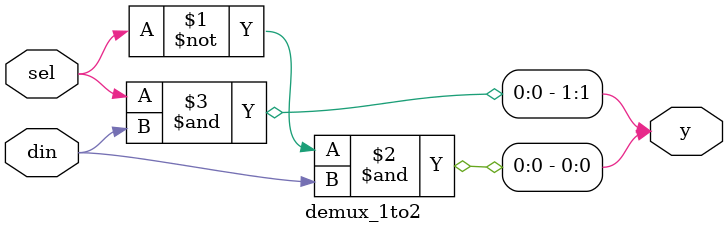
<source format=v>
module demux_1to2(input sel, input din, output [1:0] y);
    assign y[0] = ~sel & din;
    assign y[1] = sel & din;
endmodule

</source>
